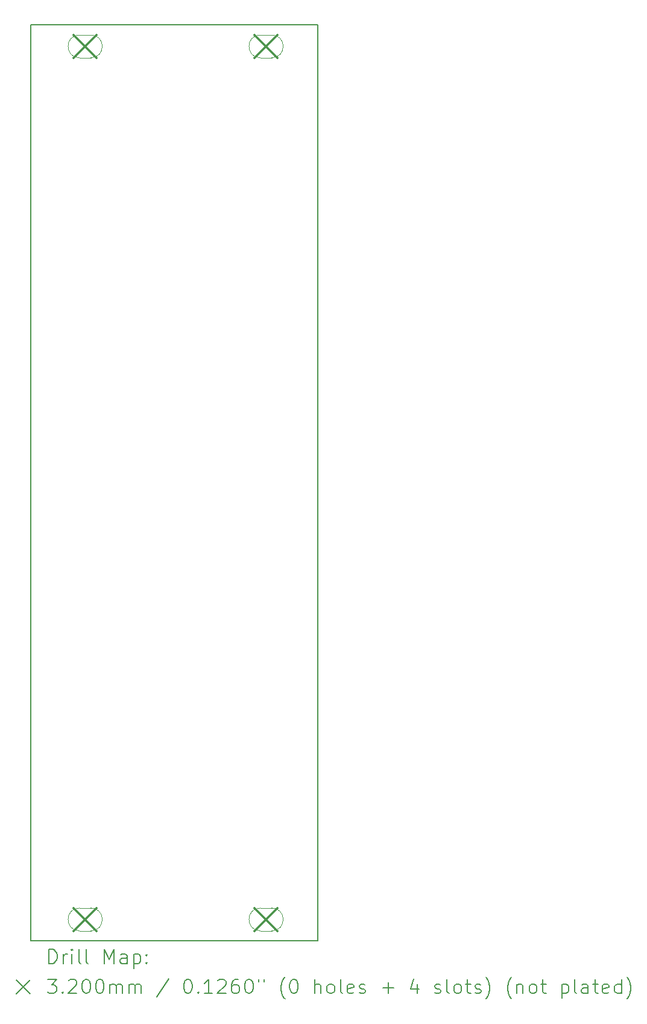
<source format=gbr>
%TF.GenerationSoftware,KiCad,Pcbnew,8.0.6*%
%TF.CreationDate,2024-11-05T14:35:55+11:00*%
%TF.ProjectId,Blank_3U8HP,426c616e-6b5f-4335-9538-48502e6b6963,rev?*%
%TF.SameCoordinates,Original*%
%TF.FileFunction,Drillmap*%
%TF.FilePolarity,Positive*%
%FSLAX45Y45*%
G04 Gerber Fmt 4.5, Leading zero omitted, Abs format (unit mm)*
G04 Created by KiCad (PCBNEW 8.0.6) date 2024-11-05 14:35:55*
%MOMM*%
%LPD*%
G01*
G04 APERTURE LIST*
%ADD10C,0.150000*%
%ADD11C,0.200000*%
%ADD12C,0.320000*%
%ADD13C,0.100000*%
G04 APERTURE END LIST*
D10*
X0Y-242500D02*
X4030000Y-242500D01*
X4030000Y-13092500D01*
X0Y-13092500D01*
X0Y-242500D01*
D11*
D12*
X602000Y-382500D02*
X922000Y-702500D01*
X922000Y-382500D02*
X602000Y-702500D01*
D13*
X682000Y-702500D02*
X842000Y-702500D01*
X842000Y-382500D02*
G75*
G02*
X842000Y-702500I0J-160000D01*
G01*
X842000Y-382500D02*
X682000Y-382500D01*
X682000Y-382500D02*
G75*
G03*
X682000Y-702500I0J-160000D01*
G01*
D12*
X602000Y-12632500D02*
X922000Y-12952500D01*
X922000Y-12632500D02*
X602000Y-12952500D01*
D13*
X682000Y-12952500D02*
X842000Y-12952500D01*
X842000Y-12632500D02*
G75*
G02*
X842000Y-12952500I0J-160000D01*
G01*
X842000Y-12632500D02*
X682000Y-12632500D01*
X682000Y-12632500D02*
G75*
G03*
X682000Y-12952500I0J-160000D01*
G01*
D12*
X3142000Y-382500D02*
X3462000Y-702500D01*
X3462000Y-382500D02*
X3142000Y-702500D01*
D13*
X3222000Y-702500D02*
X3382000Y-702500D01*
X3382000Y-382500D02*
G75*
G02*
X3382000Y-702500I0J-160000D01*
G01*
X3382000Y-382500D02*
X3222000Y-382500D01*
X3222000Y-382500D02*
G75*
G03*
X3222000Y-702500I0J-160000D01*
G01*
D12*
X3142000Y-12632500D02*
X3462000Y-12952500D01*
X3462000Y-12632500D02*
X3142000Y-12952500D01*
D13*
X3222000Y-12952500D02*
X3382000Y-12952500D01*
X3382000Y-12632500D02*
G75*
G02*
X3382000Y-12952500I0J-160000D01*
G01*
X3382000Y-12632500D02*
X3222000Y-12632500D01*
X3222000Y-12632500D02*
G75*
G03*
X3222000Y-12952500I0J-160000D01*
G01*
D11*
X253277Y-13411484D02*
X253277Y-13211484D01*
X253277Y-13211484D02*
X300896Y-13211484D01*
X300896Y-13211484D02*
X329467Y-13221008D01*
X329467Y-13221008D02*
X348515Y-13240055D01*
X348515Y-13240055D02*
X358039Y-13259103D01*
X358039Y-13259103D02*
X367562Y-13297198D01*
X367562Y-13297198D02*
X367562Y-13325769D01*
X367562Y-13325769D02*
X358039Y-13363865D01*
X358039Y-13363865D02*
X348515Y-13382912D01*
X348515Y-13382912D02*
X329467Y-13401960D01*
X329467Y-13401960D02*
X300896Y-13411484D01*
X300896Y-13411484D02*
X253277Y-13411484D01*
X453277Y-13411484D02*
X453277Y-13278150D01*
X453277Y-13316246D02*
X462801Y-13297198D01*
X462801Y-13297198D02*
X472324Y-13287674D01*
X472324Y-13287674D02*
X491372Y-13278150D01*
X491372Y-13278150D02*
X510420Y-13278150D01*
X577086Y-13411484D02*
X577086Y-13278150D01*
X577086Y-13211484D02*
X567563Y-13221008D01*
X567563Y-13221008D02*
X577086Y-13230531D01*
X577086Y-13230531D02*
X586610Y-13221008D01*
X586610Y-13221008D02*
X577086Y-13211484D01*
X577086Y-13211484D02*
X577086Y-13230531D01*
X700896Y-13411484D02*
X681848Y-13401960D01*
X681848Y-13401960D02*
X672324Y-13382912D01*
X672324Y-13382912D02*
X672324Y-13211484D01*
X805658Y-13411484D02*
X786610Y-13401960D01*
X786610Y-13401960D02*
X777086Y-13382912D01*
X777086Y-13382912D02*
X777086Y-13211484D01*
X1034229Y-13411484D02*
X1034229Y-13211484D01*
X1034229Y-13211484D02*
X1100896Y-13354341D01*
X1100896Y-13354341D02*
X1167563Y-13211484D01*
X1167563Y-13211484D02*
X1167563Y-13411484D01*
X1348515Y-13411484D02*
X1348515Y-13306722D01*
X1348515Y-13306722D02*
X1338991Y-13287674D01*
X1338991Y-13287674D02*
X1319944Y-13278150D01*
X1319944Y-13278150D02*
X1281848Y-13278150D01*
X1281848Y-13278150D02*
X1262801Y-13287674D01*
X1348515Y-13401960D02*
X1329467Y-13411484D01*
X1329467Y-13411484D02*
X1281848Y-13411484D01*
X1281848Y-13411484D02*
X1262801Y-13401960D01*
X1262801Y-13401960D02*
X1253277Y-13382912D01*
X1253277Y-13382912D02*
X1253277Y-13363865D01*
X1253277Y-13363865D02*
X1262801Y-13344817D01*
X1262801Y-13344817D02*
X1281848Y-13335293D01*
X1281848Y-13335293D02*
X1329467Y-13335293D01*
X1329467Y-13335293D02*
X1348515Y-13325769D01*
X1443753Y-13278150D02*
X1443753Y-13478150D01*
X1443753Y-13287674D02*
X1462801Y-13278150D01*
X1462801Y-13278150D02*
X1500896Y-13278150D01*
X1500896Y-13278150D02*
X1519943Y-13287674D01*
X1519943Y-13287674D02*
X1529467Y-13297198D01*
X1529467Y-13297198D02*
X1538991Y-13316246D01*
X1538991Y-13316246D02*
X1538991Y-13373388D01*
X1538991Y-13373388D02*
X1529467Y-13392436D01*
X1529467Y-13392436D02*
X1519943Y-13401960D01*
X1519943Y-13401960D02*
X1500896Y-13411484D01*
X1500896Y-13411484D02*
X1462801Y-13411484D01*
X1462801Y-13411484D02*
X1443753Y-13401960D01*
X1624705Y-13392436D02*
X1634229Y-13401960D01*
X1634229Y-13401960D02*
X1624705Y-13411484D01*
X1624705Y-13411484D02*
X1615182Y-13401960D01*
X1615182Y-13401960D02*
X1624705Y-13392436D01*
X1624705Y-13392436D02*
X1624705Y-13411484D01*
X1624705Y-13287674D02*
X1634229Y-13297198D01*
X1634229Y-13297198D02*
X1624705Y-13306722D01*
X1624705Y-13306722D02*
X1615182Y-13297198D01*
X1615182Y-13297198D02*
X1624705Y-13287674D01*
X1624705Y-13287674D02*
X1624705Y-13306722D01*
X-207500Y-13640000D02*
X-7500Y-13840000D01*
X-7500Y-13640000D02*
X-207500Y-13840000D01*
X234229Y-13631484D02*
X358039Y-13631484D01*
X358039Y-13631484D02*
X291372Y-13707674D01*
X291372Y-13707674D02*
X319944Y-13707674D01*
X319944Y-13707674D02*
X338991Y-13717198D01*
X338991Y-13717198D02*
X348515Y-13726722D01*
X348515Y-13726722D02*
X358039Y-13745769D01*
X358039Y-13745769D02*
X358039Y-13793388D01*
X358039Y-13793388D02*
X348515Y-13812436D01*
X348515Y-13812436D02*
X338991Y-13821960D01*
X338991Y-13821960D02*
X319944Y-13831484D01*
X319944Y-13831484D02*
X262801Y-13831484D01*
X262801Y-13831484D02*
X243753Y-13821960D01*
X243753Y-13821960D02*
X234229Y-13812436D01*
X443753Y-13812436D02*
X453277Y-13821960D01*
X453277Y-13821960D02*
X443753Y-13831484D01*
X443753Y-13831484D02*
X434229Y-13821960D01*
X434229Y-13821960D02*
X443753Y-13812436D01*
X443753Y-13812436D02*
X443753Y-13831484D01*
X529467Y-13650531D02*
X538991Y-13641008D01*
X538991Y-13641008D02*
X558039Y-13631484D01*
X558039Y-13631484D02*
X605658Y-13631484D01*
X605658Y-13631484D02*
X624705Y-13641008D01*
X624705Y-13641008D02*
X634229Y-13650531D01*
X634229Y-13650531D02*
X643753Y-13669579D01*
X643753Y-13669579D02*
X643753Y-13688627D01*
X643753Y-13688627D02*
X634229Y-13717198D01*
X634229Y-13717198D02*
X519943Y-13831484D01*
X519943Y-13831484D02*
X643753Y-13831484D01*
X767562Y-13631484D02*
X786610Y-13631484D01*
X786610Y-13631484D02*
X805658Y-13641008D01*
X805658Y-13641008D02*
X815182Y-13650531D01*
X815182Y-13650531D02*
X824705Y-13669579D01*
X824705Y-13669579D02*
X834229Y-13707674D01*
X834229Y-13707674D02*
X834229Y-13755293D01*
X834229Y-13755293D02*
X824705Y-13793388D01*
X824705Y-13793388D02*
X815182Y-13812436D01*
X815182Y-13812436D02*
X805658Y-13821960D01*
X805658Y-13821960D02*
X786610Y-13831484D01*
X786610Y-13831484D02*
X767562Y-13831484D01*
X767562Y-13831484D02*
X748515Y-13821960D01*
X748515Y-13821960D02*
X738991Y-13812436D01*
X738991Y-13812436D02*
X729467Y-13793388D01*
X729467Y-13793388D02*
X719943Y-13755293D01*
X719943Y-13755293D02*
X719943Y-13707674D01*
X719943Y-13707674D02*
X729467Y-13669579D01*
X729467Y-13669579D02*
X738991Y-13650531D01*
X738991Y-13650531D02*
X748515Y-13641008D01*
X748515Y-13641008D02*
X767562Y-13631484D01*
X958039Y-13631484D02*
X977086Y-13631484D01*
X977086Y-13631484D02*
X996134Y-13641008D01*
X996134Y-13641008D02*
X1005658Y-13650531D01*
X1005658Y-13650531D02*
X1015182Y-13669579D01*
X1015182Y-13669579D02*
X1024705Y-13707674D01*
X1024705Y-13707674D02*
X1024705Y-13755293D01*
X1024705Y-13755293D02*
X1015182Y-13793388D01*
X1015182Y-13793388D02*
X1005658Y-13812436D01*
X1005658Y-13812436D02*
X996134Y-13821960D01*
X996134Y-13821960D02*
X977086Y-13831484D01*
X977086Y-13831484D02*
X958039Y-13831484D01*
X958039Y-13831484D02*
X938991Y-13821960D01*
X938991Y-13821960D02*
X929467Y-13812436D01*
X929467Y-13812436D02*
X919943Y-13793388D01*
X919943Y-13793388D02*
X910420Y-13755293D01*
X910420Y-13755293D02*
X910420Y-13707674D01*
X910420Y-13707674D02*
X919943Y-13669579D01*
X919943Y-13669579D02*
X929467Y-13650531D01*
X929467Y-13650531D02*
X938991Y-13641008D01*
X938991Y-13641008D02*
X958039Y-13631484D01*
X1110420Y-13831484D02*
X1110420Y-13698150D01*
X1110420Y-13717198D02*
X1119944Y-13707674D01*
X1119944Y-13707674D02*
X1138991Y-13698150D01*
X1138991Y-13698150D02*
X1167563Y-13698150D01*
X1167563Y-13698150D02*
X1186610Y-13707674D01*
X1186610Y-13707674D02*
X1196134Y-13726722D01*
X1196134Y-13726722D02*
X1196134Y-13831484D01*
X1196134Y-13726722D02*
X1205658Y-13707674D01*
X1205658Y-13707674D02*
X1224705Y-13698150D01*
X1224705Y-13698150D02*
X1253277Y-13698150D01*
X1253277Y-13698150D02*
X1272325Y-13707674D01*
X1272325Y-13707674D02*
X1281848Y-13726722D01*
X1281848Y-13726722D02*
X1281848Y-13831484D01*
X1377086Y-13831484D02*
X1377086Y-13698150D01*
X1377086Y-13717198D02*
X1386610Y-13707674D01*
X1386610Y-13707674D02*
X1405658Y-13698150D01*
X1405658Y-13698150D02*
X1434229Y-13698150D01*
X1434229Y-13698150D02*
X1453277Y-13707674D01*
X1453277Y-13707674D02*
X1462801Y-13726722D01*
X1462801Y-13726722D02*
X1462801Y-13831484D01*
X1462801Y-13726722D02*
X1472324Y-13707674D01*
X1472324Y-13707674D02*
X1491372Y-13698150D01*
X1491372Y-13698150D02*
X1519943Y-13698150D01*
X1519943Y-13698150D02*
X1538991Y-13707674D01*
X1538991Y-13707674D02*
X1548515Y-13726722D01*
X1548515Y-13726722D02*
X1548515Y-13831484D01*
X1938991Y-13621960D02*
X1767563Y-13879103D01*
X2196134Y-13631484D02*
X2215182Y-13631484D01*
X2215182Y-13631484D02*
X2234229Y-13641008D01*
X2234229Y-13641008D02*
X2243753Y-13650531D01*
X2243753Y-13650531D02*
X2253277Y-13669579D01*
X2253277Y-13669579D02*
X2262801Y-13707674D01*
X2262801Y-13707674D02*
X2262801Y-13755293D01*
X2262801Y-13755293D02*
X2253277Y-13793388D01*
X2253277Y-13793388D02*
X2243753Y-13812436D01*
X2243753Y-13812436D02*
X2234229Y-13821960D01*
X2234229Y-13821960D02*
X2215182Y-13831484D01*
X2215182Y-13831484D02*
X2196134Y-13831484D01*
X2196134Y-13831484D02*
X2177087Y-13821960D01*
X2177087Y-13821960D02*
X2167563Y-13812436D01*
X2167563Y-13812436D02*
X2158039Y-13793388D01*
X2158039Y-13793388D02*
X2148515Y-13755293D01*
X2148515Y-13755293D02*
X2148515Y-13707674D01*
X2148515Y-13707674D02*
X2158039Y-13669579D01*
X2158039Y-13669579D02*
X2167563Y-13650531D01*
X2167563Y-13650531D02*
X2177087Y-13641008D01*
X2177087Y-13641008D02*
X2196134Y-13631484D01*
X2348515Y-13812436D02*
X2358039Y-13821960D01*
X2358039Y-13821960D02*
X2348515Y-13831484D01*
X2348515Y-13831484D02*
X2338991Y-13821960D01*
X2338991Y-13821960D02*
X2348515Y-13812436D01*
X2348515Y-13812436D02*
X2348515Y-13831484D01*
X2548515Y-13831484D02*
X2434229Y-13831484D01*
X2491372Y-13831484D02*
X2491372Y-13631484D01*
X2491372Y-13631484D02*
X2472325Y-13660055D01*
X2472325Y-13660055D02*
X2453277Y-13679103D01*
X2453277Y-13679103D02*
X2434229Y-13688627D01*
X2624706Y-13650531D02*
X2634229Y-13641008D01*
X2634229Y-13641008D02*
X2653277Y-13631484D01*
X2653277Y-13631484D02*
X2700896Y-13631484D01*
X2700896Y-13631484D02*
X2719944Y-13641008D01*
X2719944Y-13641008D02*
X2729468Y-13650531D01*
X2729468Y-13650531D02*
X2738991Y-13669579D01*
X2738991Y-13669579D02*
X2738991Y-13688627D01*
X2738991Y-13688627D02*
X2729468Y-13717198D01*
X2729468Y-13717198D02*
X2615182Y-13831484D01*
X2615182Y-13831484D02*
X2738991Y-13831484D01*
X2910420Y-13631484D02*
X2872325Y-13631484D01*
X2872325Y-13631484D02*
X2853277Y-13641008D01*
X2853277Y-13641008D02*
X2843753Y-13650531D01*
X2843753Y-13650531D02*
X2824706Y-13679103D01*
X2824706Y-13679103D02*
X2815182Y-13717198D01*
X2815182Y-13717198D02*
X2815182Y-13793388D01*
X2815182Y-13793388D02*
X2824706Y-13812436D01*
X2824706Y-13812436D02*
X2834229Y-13821960D01*
X2834229Y-13821960D02*
X2853277Y-13831484D01*
X2853277Y-13831484D02*
X2891372Y-13831484D01*
X2891372Y-13831484D02*
X2910420Y-13821960D01*
X2910420Y-13821960D02*
X2919944Y-13812436D01*
X2919944Y-13812436D02*
X2929467Y-13793388D01*
X2929467Y-13793388D02*
X2929467Y-13745769D01*
X2929467Y-13745769D02*
X2919944Y-13726722D01*
X2919944Y-13726722D02*
X2910420Y-13717198D01*
X2910420Y-13717198D02*
X2891372Y-13707674D01*
X2891372Y-13707674D02*
X2853277Y-13707674D01*
X2853277Y-13707674D02*
X2834229Y-13717198D01*
X2834229Y-13717198D02*
X2824706Y-13726722D01*
X2824706Y-13726722D02*
X2815182Y-13745769D01*
X3053277Y-13631484D02*
X3072325Y-13631484D01*
X3072325Y-13631484D02*
X3091372Y-13641008D01*
X3091372Y-13641008D02*
X3100896Y-13650531D01*
X3100896Y-13650531D02*
X3110420Y-13669579D01*
X3110420Y-13669579D02*
X3119944Y-13707674D01*
X3119944Y-13707674D02*
X3119944Y-13755293D01*
X3119944Y-13755293D02*
X3110420Y-13793388D01*
X3110420Y-13793388D02*
X3100896Y-13812436D01*
X3100896Y-13812436D02*
X3091372Y-13821960D01*
X3091372Y-13821960D02*
X3072325Y-13831484D01*
X3072325Y-13831484D02*
X3053277Y-13831484D01*
X3053277Y-13831484D02*
X3034229Y-13821960D01*
X3034229Y-13821960D02*
X3024706Y-13812436D01*
X3024706Y-13812436D02*
X3015182Y-13793388D01*
X3015182Y-13793388D02*
X3005658Y-13755293D01*
X3005658Y-13755293D02*
X3005658Y-13707674D01*
X3005658Y-13707674D02*
X3015182Y-13669579D01*
X3015182Y-13669579D02*
X3024706Y-13650531D01*
X3024706Y-13650531D02*
X3034229Y-13641008D01*
X3034229Y-13641008D02*
X3053277Y-13631484D01*
X3196134Y-13631484D02*
X3196134Y-13669579D01*
X3272325Y-13631484D02*
X3272325Y-13669579D01*
X3567563Y-13907674D02*
X3558039Y-13898150D01*
X3558039Y-13898150D02*
X3538991Y-13869579D01*
X3538991Y-13869579D02*
X3529468Y-13850531D01*
X3529468Y-13850531D02*
X3519944Y-13821960D01*
X3519944Y-13821960D02*
X3510420Y-13774341D01*
X3510420Y-13774341D02*
X3510420Y-13736246D01*
X3510420Y-13736246D02*
X3519944Y-13688627D01*
X3519944Y-13688627D02*
X3529468Y-13660055D01*
X3529468Y-13660055D02*
X3538991Y-13641008D01*
X3538991Y-13641008D02*
X3558039Y-13612436D01*
X3558039Y-13612436D02*
X3567563Y-13602912D01*
X3681848Y-13631484D02*
X3700896Y-13631484D01*
X3700896Y-13631484D02*
X3719944Y-13641008D01*
X3719944Y-13641008D02*
X3729468Y-13650531D01*
X3729468Y-13650531D02*
X3738991Y-13669579D01*
X3738991Y-13669579D02*
X3748515Y-13707674D01*
X3748515Y-13707674D02*
X3748515Y-13755293D01*
X3748515Y-13755293D02*
X3738991Y-13793388D01*
X3738991Y-13793388D02*
X3729468Y-13812436D01*
X3729468Y-13812436D02*
X3719944Y-13821960D01*
X3719944Y-13821960D02*
X3700896Y-13831484D01*
X3700896Y-13831484D02*
X3681848Y-13831484D01*
X3681848Y-13831484D02*
X3662801Y-13821960D01*
X3662801Y-13821960D02*
X3653277Y-13812436D01*
X3653277Y-13812436D02*
X3643753Y-13793388D01*
X3643753Y-13793388D02*
X3634229Y-13755293D01*
X3634229Y-13755293D02*
X3634229Y-13707674D01*
X3634229Y-13707674D02*
X3643753Y-13669579D01*
X3643753Y-13669579D02*
X3653277Y-13650531D01*
X3653277Y-13650531D02*
X3662801Y-13641008D01*
X3662801Y-13641008D02*
X3681848Y-13631484D01*
X3986610Y-13831484D02*
X3986610Y-13631484D01*
X4072325Y-13831484D02*
X4072325Y-13726722D01*
X4072325Y-13726722D02*
X4062801Y-13707674D01*
X4062801Y-13707674D02*
X4043753Y-13698150D01*
X4043753Y-13698150D02*
X4015182Y-13698150D01*
X4015182Y-13698150D02*
X3996134Y-13707674D01*
X3996134Y-13707674D02*
X3986610Y-13717198D01*
X4196134Y-13831484D02*
X4177087Y-13821960D01*
X4177087Y-13821960D02*
X4167563Y-13812436D01*
X4167563Y-13812436D02*
X4158039Y-13793388D01*
X4158039Y-13793388D02*
X4158039Y-13736246D01*
X4158039Y-13736246D02*
X4167563Y-13717198D01*
X4167563Y-13717198D02*
X4177087Y-13707674D01*
X4177087Y-13707674D02*
X4196134Y-13698150D01*
X4196134Y-13698150D02*
X4224706Y-13698150D01*
X4224706Y-13698150D02*
X4243753Y-13707674D01*
X4243753Y-13707674D02*
X4253277Y-13717198D01*
X4253277Y-13717198D02*
X4262801Y-13736246D01*
X4262801Y-13736246D02*
X4262801Y-13793388D01*
X4262801Y-13793388D02*
X4253277Y-13812436D01*
X4253277Y-13812436D02*
X4243753Y-13821960D01*
X4243753Y-13821960D02*
X4224706Y-13831484D01*
X4224706Y-13831484D02*
X4196134Y-13831484D01*
X4377087Y-13831484D02*
X4358039Y-13821960D01*
X4358039Y-13821960D02*
X4348515Y-13802912D01*
X4348515Y-13802912D02*
X4348515Y-13631484D01*
X4529468Y-13821960D02*
X4510420Y-13831484D01*
X4510420Y-13831484D02*
X4472325Y-13831484D01*
X4472325Y-13831484D02*
X4453277Y-13821960D01*
X4453277Y-13821960D02*
X4443753Y-13802912D01*
X4443753Y-13802912D02*
X4443753Y-13726722D01*
X4443753Y-13726722D02*
X4453277Y-13707674D01*
X4453277Y-13707674D02*
X4472325Y-13698150D01*
X4472325Y-13698150D02*
X4510420Y-13698150D01*
X4510420Y-13698150D02*
X4529468Y-13707674D01*
X4529468Y-13707674D02*
X4538992Y-13726722D01*
X4538992Y-13726722D02*
X4538992Y-13745769D01*
X4538992Y-13745769D02*
X4443753Y-13764817D01*
X4615182Y-13821960D02*
X4634230Y-13831484D01*
X4634230Y-13831484D02*
X4672325Y-13831484D01*
X4672325Y-13831484D02*
X4691373Y-13821960D01*
X4691373Y-13821960D02*
X4700896Y-13802912D01*
X4700896Y-13802912D02*
X4700896Y-13793388D01*
X4700896Y-13793388D02*
X4691373Y-13774341D01*
X4691373Y-13774341D02*
X4672325Y-13764817D01*
X4672325Y-13764817D02*
X4643753Y-13764817D01*
X4643753Y-13764817D02*
X4624706Y-13755293D01*
X4624706Y-13755293D02*
X4615182Y-13736246D01*
X4615182Y-13736246D02*
X4615182Y-13726722D01*
X4615182Y-13726722D02*
X4624706Y-13707674D01*
X4624706Y-13707674D02*
X4643753Y-13698150D01*
X4643753Y-13698150D02*
X4672325Y-13698150D01*
X4672325Y-13698150D02*
X4691373Y-13707674D01*
X4938992Y-13755293D02*
X5091373Y-13755293D01*
X5015182Y-13831484D02*
X5015182Y-13679103D01*
X5424706Y-13698150D02*
X5424706Y-13831484D01*
X5377087Y-13621960D02*
X5329468Y-13764817D01*
X5329468Y-13764817D02*
X5453277Y-13764817D01*
X5672325Y-13821960D02*
X5691373Y-13831484D01*
X5691373Y-13831484D02*
X5729468Y-13831484D01*
X5729468Y-13831484D02*
X5748515Y-13821960D01*
X5748515Y-13821960D02*
X5758039Y-13802912D01*
X5758039Y-13802912D02*
X5758039Y-13793388D01*
X5758039Y-13793388D02*
X5748515Y-13774341D01*
X5748515Y-13774341D02*
X5729468Y-13764817D01*
X5729468Y-13764817D02*
X5700896Y-13764817D01*
X5700896Y-13764817D02*
X5681849Y-13755293D01*
X5681849Y-13755293D02*
X5672325Y-13736246D01*
X5672325Y-13736246D02*
X5672325Y-13726722D01*
X5672325Y-13726722D02*
X5681849Y-13707674D01*
X5681849Y-13707674D02*
X5700896Y-13698150D01*
X5700896Y-13698150D02*
X5729468Y-13698150D01*
X5729468Y-13698150D02*
X5748515Y-13707674D01*
X5872325Y-13831484D02*
X5853277Y-13821960D01*
X5853277Y-13821960D02*
X5843754Y-13802912D01*
X5843754Y-13802912D02*
X5843754Y-13631484D01*
X5977087Y-13831484D02*
X5958039Y-13821960D01*
X5958039Y-13821960D02*
X5948515Y-13812436D01*
X5948515Y-13812436D02*
X5938992Y-13793388D01*
X5938992Y-13793388D02*
X5938992Y-13736246D01*
X5938992Y-13736246D02*
X5948515Y-13717198D01*
X5948515Y-13717198D02*
X5958039Y-13707674D01*
X5958039Y-13707674D02*
X5977087Y-13698150D01*
X5977087Y-13698150D02*
X6005658Y-13698150D01*
X6005658Y-13698150D02*
X6024706Y-13707674D01*
X6024706Y-13707674D02*
X6034230Y-13717198D01*
X6034230Y-13717198D02*
X6043754Y-13736246D01*
X6043754Y-13736246D02*
X6043754Y-13793388D01*
X6043754Y-13793388D02*
X6034230Y-13812436D01*
X6034230Y-13812436D02*
X6024706Y-13821960D01*
X6024706Y-13821960D02*
X6005658Y-13831484D01*
X6005658Y-13831484D02*
X5977087Y-13831484D01*
X6100896Y-13698150D02*
X6177087Y-13698150D01*
X6129468Y-13631484D02*
X6129468Y-13802912D01*
X6129468Y-13802912D02*
X6138992Y-13821960D01*
X6138992Y-13821960D02*
X6158039Y-13831484D01*
X6158039Y-13831484D02*
X6177087Y-13831484D01*
X6234230Y-13821960D02*
X6253277Y-13831484D01*
X6253277Y-13831484D02*
X6291373Y-13831484D01*
X6291373Y-13831484D02*
X6310420Y-13821960D01*
X6310420Y-13821960D02*
X6319944Y-13802912D01*
X6319944Y-13802912D02*
X6319944Y-13793388D01*
X6319944Y-13793388D02*
X6310420Y-13774341D01*
X6310420Y-13774341D02*
X6291373Y-13764817D01*
X6291373Y-13764817D02*
X6262801Y-13764817D01*
X6262801Y-13764817D02*
X6243754Y-13755293D01*
X6243754Y-13755293D02*
X6234230Y-13736246D01*
X6234230Y-13736246D02*
X6234230Y-13726722D01*
X6234230Y-13726722D02*
X6243754Y-13707674D01*
X6243754Y-13707674D02*
X6262801Y-13698150D01*
X6262801Y-13698150D02*
X6291373Y-13698150D01*
X6291373Y-13698150D02*
X6310420Y-13707674D01*
X6386611Y-13907674D02*
X6396135Y-13898150D01*
X6396135Y-13898150D02*
X6415182Y-13869579D01*
X6415182Y-13869579D02*
X6424706Y-13850531D01*
X6424706Y-13850531D02*
X6434230Y-13821960D01*
X6434230Y-13821960D02*
X6443754Y-13774341D01*
X6443754Y-13774341D02*
X6443754Y-13736246D01*
X6443754Y-13736246D02*
X6434230Y-13688627D01*
X6434230Y-13688627D02*
X6424706Y-13660055D01*
X6424706Y-13660055D02*
X6415182Y-13641008D01*
X6415182Y-13641008D02*
X6396135Y-13612436D01*
X6396135Y-13612436D02*
X6386611Y-13602912D01*
X6748516Y-13907674D02*
X6738992Y-13898150D01*
X6738992Y-13898150D02*
X6719944Y-13869579D01*
X6719944Y-13869579D02*
X6710420Y-13850531D01*
X6710420Y-13850531D02*
X6700896Y-13821960D01*
X6700896Y-13821960D02*
X6691373Y-13774341D01*
X6691373Y-13774341D02*
X6691373Y-13736246D01*
X6691373Y-13736246D02*
X6700896Y-13688627D01*
X6700896Y-13688627D02*
X6710420Y-13660055D01*
X6710420Y-13660055D02*
X6719944Y-13641008D01*
X6719944Y-13641008D02*
X6738992Y-13612436D01*
X6738992Y-13612436D02*
X6748516Y-13602912D01*
X6824706Y-13698150D02*
X6824706Y-13831484D01*
X6824706Y-13717198D02*
X6834230Y-13707674D01*
X6834230Y-13707674D02*
X6853277Y-13698150D01*
X6853277Y-13698150D02*
X6881849Y-13698150D01*
X6881849Y-13698150D02*
X6900896Y-13707674D01*
X6900896Y-13707674D02*
X6910420Y-13726722D01*
X6910420Y-13726722D02*
X6910420Y-13831484D01*
X7034230Y-13831484D02*
X7015182Y-13821960D01*
X7015182Y-13821960D02*
X7005658Y-13812436D01*
X7005658Y-13812436D02*
X6996135Y-13793388D01*
X6996135Y-13793388D02*
X6996135Y-13736246D01*
X6996135Y-13736246D02*
X7005658Y-13717198D01*
X7005658Y-13717198D02*
X7015182Y-13707674D01*
X7015182Y-13707674D02*
X7034230Y-13698150D01*
X7034230Y-13698150D02*
X7062801Y-13698150D01*
X7062801Y-13698150D02*
X7081849Y-13707674D01*
X7081849Y-13707674D02*
X7091373Y-13717198D01*
X7091373Y-13717198D02*
X7100896Y-13736246D01*
X7100896Y-13736246D02*
X7100896Y-13793388D01*
X7100896Y-13793388D02*
X7091373Y-13812436D01*
X7091373Y-13812436D02*
X7081849Y-13821960D01*
X7081849Y-13821960D02*
X7062801Y-13831484D01*
X7062801Y-13831484D02*
X7034230Y-13831484D01*
X7158039Y-13698150D02*
X7234230Y-13698150D01*
X7186611Y-13631484D02*
X7186611Y-13802912D01*
X7186611Y-13802912D02*
X7196135Y-13821960D01*
X7196135Y-13821960D02*
X7215182Y-13831484D01*
X7215182Y-13831484D02*
X7234230Y-13831484D01*
X7453277Y-13698150D02*
X7453277Y-13898150D01*
X7453277Y-13707674D02*
X7472325Y-13698150D01*
X7472325Y-13698150D02*
X7510420Y-13698150D01*
X7510420Y-13698150D02*
X7529468Y-13707674D01*
X7529468Y-13707674D02*
X7538992Y-13717198D01*
X7538992Y-13717198D02*
X7548516Y-13736246D01*
X7548516Y-13736246D02*
X7548516Y-13793388D01*
X7548516Y-13793388D02*
X7538992Y-13812436D01*
X7538992Y-13812436D02*
X7529468Y-13821960D01*
X7529468Y-13821960D02*
X7510420Y-13831484D01*
X7510420Y-13831484D02*
X7472325Y-13831484D01*
X7472325Y-13831484D02*
X7453277Y-13821960D01*
X7662801Y-13831484D02*
X7643754Y-13821960D01*
X7643754Y-13821960D02*
X7634230Y-13802912D01*
X7634230Y-13802912D02*
X7634230Y-13631484D01*
X7824706Y-13831484D02*
X7824706Y-13726722D01*
X7824706Y-13726722D02*
X7815182Y-13707674D01*
X7815182Y-13707674D02*
X7796135Y-13698150D01*
X7796135Y-13698150D02*
X7758039Y-13698150D01*
X7758039Y-13698150D02*
X7738992Y-13707674D01*
X7824706Y-13821960D02*
X7805658Y-13831484D01*
X7805658Y-13831484D02*
X7758039Y-13831484D01*
X7758039Y-13831484D02*
X7738992Y-13821960D01*
X7738992Y-13821960D02*
X7729468Y-13802912D01*
X7729468Y-13802912D02*
X7729468Y-13783865D01*
X7729468Y-13783865D02*
X7738992Y-13764817D01*
X7738992Y-13764817D02*
X7758039Y-13755293D01*
X7758039Y-13755293D02*
X7805658Y-13755293D01*
X7805658Y-13755293D02*
X7824706Y-13745769D01*
X7891373Y-13698150D02*
X7967563Y-13698150D01*
X7919944Y-13631484D02*
X7919944Y-13802912D01*
X7919944Y-13802912D02*
X7929468Y-13821960D01*
X7929468Y-13821960D02*
X7948516Y-13831484D01*
X7948516Y-13831484D02*
X7967563Y-13831484D01*
X8110420Y-13821960D02*
X8091373Y-13831484D01*
X8091373Y-13831484D02*
X8053277Y-13831484D01*
X8053277Y-13831484D02*
X8034230Y-13821960D01*
X8034230Y-13821960D02*
X8024706Y-13802912D01*
X8024706Y-13802912D02*
X8024706Y-13726722D01*
X8024706Y-13726722D02*
X8034230Y-13707674D01*
X8034230Y-13707674D02*
X8053277Y-13698150D01*
X8053277Y-13698150D02*
X8091373Y-13698150D01*
X8091373Y-13698150D02*
X8110420Y-13707674D01*
X8110420Y-13707674D02*
X8119944Y-13726722D01*
X8119944Y-13726722D02*
X8119944Y-13745769D01*
X8119944Y-13745769D02*
X8024706Y-13764817D01*
X8291373Y-13831484D02*
X8291373Y-13631484D01*
X8291373Y-13821960D02*
X8272325Y-13831484D01*
X8272325Y-13831484D02*
X8234230Y-13831484D01*
X8234230Y-13831484D02*
X8215182Y-13821960D01*
X8215182Y-13821960D02*
X8205658Y-13812436D01*
X8205658Y-13812436D02*
X8196135Y-13793388D01*
X8196135Y-13793388D02*
X8196135Y-13736246D01*
X8196135Y-13736246D02*
X8205658Y-13717198D01*
X8205658Y-13717198D02*
X8215182Y-13707674D01*
X8215182Y-13707674D02*
X8234230Y-13698150D01*
X8234230Y-13698150D02*
X8272325Y-13698150D01*
X8272325Y-13698150D02*
X8291373Y-13707674D01*
X8367563Y-13907674D02*
X8377087Y-13898150D01*
X8377087Y-13898150D02*
X8396135Y-13869579D01*
X8396135Y-13869579D02*
X8405659Y-13850531D01*
X8405659Y-13850531D02*
X8415182Y-13821960D01*
X8415182Y-13821960D02*
X8424706Y-13774341D01*
X8424706Y-13774341D02*
X8424706Y-13736246D01*
X8424706Y-13736246D02*
X8415182Y-13688627D01*
X8415182Y-13688627D02*
X8405659Y-13660055D01*
X8405659Y-13660055D02*
X8396135Y-13641008D01*
X8396135Y-13641008D02*
X8377087Y-13612436D01*
X8377087Y-13612436D02*
X8367563Y-13602912D01*
M02*

</source>
